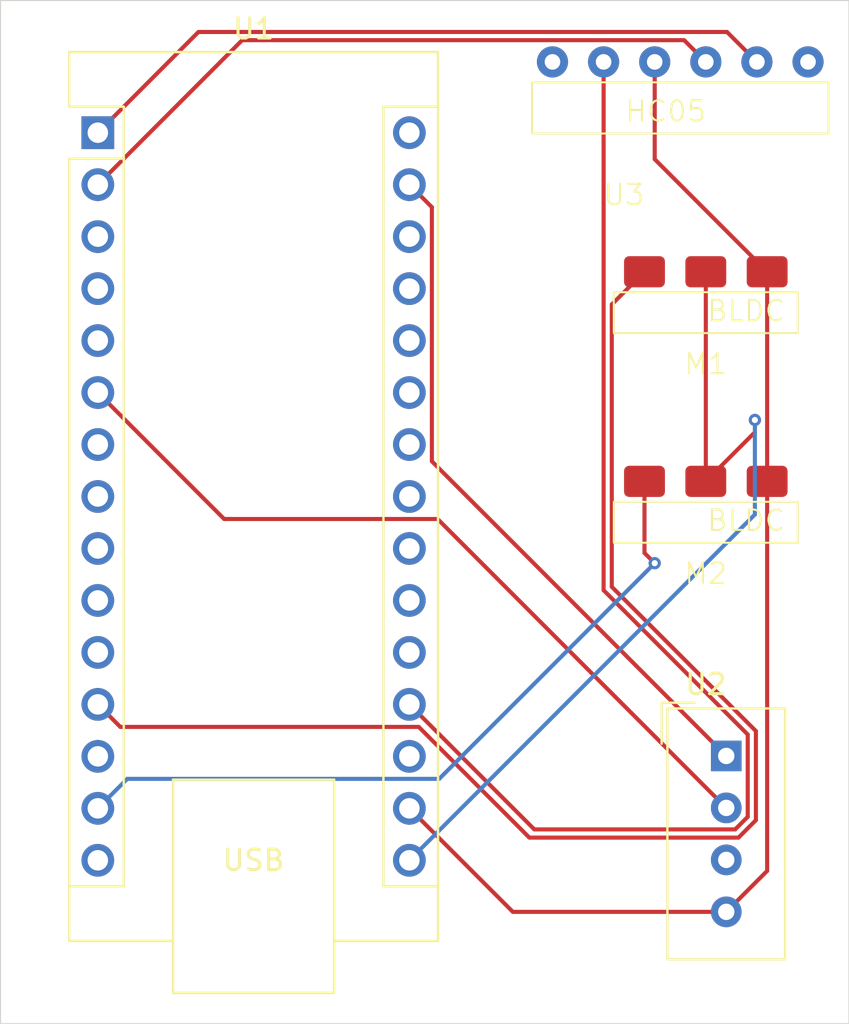
<source format=kicad_pcb>
(kicad_pcb (version 20240108) (generator "pcbnew") (generator_version "8.0")
  (layers (0 "F.Cu" signal) (31 "B.Cu" signal) (34 "B.Paste" user) (35 "F.Paste" user) (36 "B.SilkS" user "B.Silkscreen") (37 "F.SilkS" user "F.Silkscreen") (38 "B.Mask" user) (39 "F.Mask" user) (44 "Edge.Cuts" user))
  (net 0 "")
  (net 1 "GND")
  (net 2 "Net-(M1-PWM)")
  (net 3 "12Vin")
  (net 4 "Net-(M2-PWM)")
  (net 12 "Net-(U1-D3)")
  (net 15 "Net-(U1-5V)")
  (net 21 "Net-(U1-D1{slash}RX)")
  (net 24 "Net-(U1-D0{slash}TX)")
  (net 27 "Net-(U1-3V3)")
  (footprint "BLDC_temoprary_pad:BLDC_temporary_pad" (layer "F.Cu") (at 152 95)
    (property "Reference" "M2" (at 0 -0.5 0) (layer "F.SilkS") (effects (font (thickness 0.1))))
    (property "Value" "Motor_2")
    (fp_rect (start -4.5 -4) (end 4.5 -2) (stroke (width 0.1)) (fill none) (layer "F.SilkS"))
    (fp_text user "BLDC" (at 0 -2.5 0) (layer "F.SilkS") (effects (font (thickness 0.1)) (justify left bottom)))
    (pad "1" smd roundrect (at -3 -5) (size 2 1.524) (layers "F.Cu" "F.Paste" "F.Mask") (roundrect_rratio 0.1640419948) (net 4 "Net-(M2-PWM)"))
    (pad "2" smd roundrect (at 0 -5) (size 2 1.524) (layers "F.Cu" "F.Paste" "F.Mask") (roundrect_rratio 0.1640419948) (net 3 "12Vin"))
    (pad "3" smd roundrect (at 3 -5) (size 2 1.524) (layers "F.Cu" "F.Paste" "F.Mask") (roundrect_rratio 0.1640419948) (net 1 "GND"))
  )
  (footprint "Module:Arduino_Nano" (layer "F.Cu") (at 122.26 72.96)
    (property "Reference" "U1" (at 7.62 -5.08 0) (layer "F.SilkS"))
    (property "Value" "~")
    (fp_line (start -1.4 -3.94) (end -1.4 -1.27) (stroke (width 0.12)) (layer "F.SilkS"))
    (fp_line (start -1.4 1.27) (end -1.4 39.5) (stroke (width 0.12)) (layer "F.SilkS"))
    (fp_line (start -1.4 39.5) (end 3.68 39.5) (stroke (width 0.12)) (layer "F.SilkS"))
    (fp_line (start 1.27 -1.27) (end -1.4 -1.27) (stroke (width 0.12)) (layer "F.SilkS"))
    (fp_line (start 1.27 1.27) (end -1.4 1.27) (stroke (width 0.12)) (layer "F.SilkS"))
    (fp_line (start 1.27 1.27) (end 1.27 -1.27) (stroke (width 0.12)) (layer "F.SilkS"))
    (fp_line (start 1.27 1.27) (end 1.27 36.83) (stroke (width 0.12)) (layer "F.SilkS"))
    (fp_line (start 1.27 36.83) (end -1.4 36.83) (stroke (width 0.12)) (layer "F.SilkS"))
    (fp_line (start 3.68 31.62) (end 11.56 31.62) (stroke (width 0.12)) (layer "F.SilkS"))
    (fp_line (start 3.68 42.04) (end 3.68 31.62) (stroke (width 0.12)) (layer "F.SilkS"))
    (fp_line (start 11.56 31.62) (end 11.56 42.04) (stroke (width 0.12)) (layer "F.SilkS"))
    (fp_line (start 11.56 42.04) (end 3.68 42.04) (stroke (width 0.12)) (layer "F.SilkS"))
    (fp_line (start 13.97 -1.27) (end 13.97 36.83) (stroke (width 0.12)) (layer "F.SilkS"))
    (fp_line (start 13.97 -1.27) (end 16.64 -1.27) (stroke (width 0.12)) (layer "F.SilkS"))
    (fp_line (start 13.97 36.83) (end 16.64 36.83) (stroke (width 0.12)) (layer "F.SilkS"))
    (fp_line (start 16.64 -3.94) (end -1.4 -3.94) (stroke (width 0.12)) (layer "F.SilkS"))
    (fp_line (start 16.64 39.5) (end 11.56 39.5) (stroke (width 0.12)) (layer "F.SilkS"))
    (fp_line (start 16.64 39.5) (end 16.64 -3.94) (stroke (width 0.12)) (layer "F.SilkS"))
    (fp_text user "USB" (at 7.62 35.56 0) (layer "F.SilkS"))
    (pad "1" thru_hole rect (at 0 0) (size 1.6 1.6) (drill 1) (layers "*.Cu" "*.Mask") (net 24 "Net-(U1-D0{slash}TX)"))
    (pad "2" thru_hole oval (at 0 2.54) (size 1.6 1.6) (drill 1) (layers "*.Cu" "*.Mask") (net 21 "Net-(U1-D1{slash}RX)"))
    (pad "3" thru_hole oval (at 0 5.08) (size 1.6 1.6) (drill 1) (layers "*.Cu" "*.Mask"))
    (pad "4" thru_hole oval (at 0 7.62) (size 1.6 1.6) (drill 1) (layers "*.Cu" "*.Mask"))
    (pad "5" thru_hole oval (at 0 10.16) (size 1.6 1.6) (drill 1) (layers "*.Cu" "*.Mask"))
    (pad "6" thru_hole oval (at 0 12.7) (size 1.6 1.6) (drill 1) (layers "*.Cu" "*.Mask") (net 12 "Net-(U1-D3)"))
    (pad "7" thru_hole oval (at 0 15.24) (size 1.6 1.6) (drill 1) (layers "*.Cu" "*.Mask"))
    (pad "8" thru_hole oval (at 0 17.78) (size 1.6 1.6) (drill 1) (layers "*.Cu" "*.Mask"))
    (pad "9" thru_hole oval (at 0 20.32) (size 1.6 1.6) (drill 1) (layers "*.Cu" "*.Mask"))
    (pad "10" thru_hole oval (at 0 22.86) (size 1.6 1.6) (drill 1) (layers "*.Cu" "*.Mask"))
    (pad "11" thru_hole oval (at 0 25.4) (size 1.6 1.6) (drill 1) (layers "*.Cu" "*.Mask"))
    (pad "12" thru_hole oval (at 0 27.94) (size 1.6 1.6) (drill 1) (layers "*.Cu" "*.Mask") (net 2 "Net-(M1-PWM)"))
    (pad "13" thru_hole oval (at 0 30.48) (size 1.6 1.6) (drill 1) (layers "*.Cu" "*.Mask"))
    (pad "14" thru_hole oval (at 0 33.02) (size 1.6 1.6) (drill 1) (layers "*.Cu" "*.Mask") (net 4 "Net-(M2-PWM)"))
    (pad "15" thru_hole oval (at 0 35.56) (size 1.6 1.6) (drill 1) (layers "*.Cu" "*.Mask"))
    (pad "16" thru_hole oval (at 15.24 35.56) (size 1.6 1.6) (drill 1) (layers "*.Cu" "*.Mask") (net 3 "12Vin"))
    (pad "17" thru_hole oval (at 15.24 33.02) (size 1.6 1.6) (drill 1) (layers "*.Cu" "*.Mask") (net 1 "GND"))
    (pad "18" thru_hole oval (at 15.24 30.48) (size 1.6 1.6) (drill 1) (layers "*.Cu" "*.Mask"))
    (pad "19" thru_hole oval (at 15.24 27.94) (size 1.6 1.6) (drill 1) (layers "*.Cu" "*.Mask") (net 15 "Net-(U1-5V)"))
    (pad "20" thru_hole oval (at 15.24 25.4) (size 1.6 1.6) (drill 1) (layers "*.Cu" "*.Mask"))
    (pad "21" thru_hole oval (at 15.24 22.86) (size 1.6 1.6) (drill 1) (layers "*.Cu" "*.Mask"))
    (pad "22" thru_hole oval (at 15.24 20.32) (size 1.6 1.6) (drill 1) (layers "*.Cu" "*.Mask"))
    (pad "23" thru_hole oval (at 15.24 17.78) (size 1.6 1.6) (drill 1) (layers "*.Cu" "*.Mask"))
    (pad "24" thru_hole oval (at 15.24 15.24) (size 1.6 1.6) (drill 1) (layers "*.Cu" "*.Mask"))
    (pad "25" thru_hole oval (at 15.24 12.7) (size 1.6 1.6) (drill 1) (layers "*.Cu" "*.Mask"))
    (pad "26" thru_hole oval (at 15.24 10.16) (size 1.6 1.6) (drill 1) (layers "*.Cu" "*.Mask"))
    (pad "27" thru_hole oval (at 15.24 7.62) (size 1.6 1.6) (drill 1) (layers "*.Cu" "*.Mask"))
    (pad "28" thru_hole oval (at 15.24 5.08) (size 1.6 1.6) (drill 1) (layers "*.Cu" "*.Mask"))
    (pad "29" thru_hole oval (at 15.24 2.54) (size 1.6 1.6) (drill 1) (layers "*.Cu" "*.Mask") (net 27 "Net-(U1-3V3)"))
    (pad "30" thru_hole oval (at 15.24 0) (size 1.6 1.6) (drill 1) (layers "*.Cu" "*.Mask"))
  )
  (footprint "Sensor:Aosong_DHT11_5.5x12.0_P2.54mm" (layer "F.Cu") (at 153 103.42)
    (property "Reference" "U2" (at -1 -3.5 0) (layer "F.SilkS"))
    (property "Value" "DHT11")
    (fp_line (start -3.16 -2.6) (end -3.16 -0.6) (stroke (width 0.12)) (layer "F.SilkS"))
    (fp_line (start -3.16 -2.6) (end -1.55 -2.6) (stroke (width 0.12)) (layer "F.SilkS"))
    (fp_line (start -2.88 9.94) (end -2.88 -2.31) (stroke (width 0.12)) (layer "F.SilkS"))
    (fp_line (start -2.87 -2.32) (end 2.87 -2.32) (stroke (width 0.12)) (layer "F.SilkS"))
    (fp_line (start 2.88 -2.32) (end 2.88 9.94) (stroke (width 0.12)) (layer "F.SilkS"))
    (fp_line (start 2.88 9.94) (end -2.88 9.94) (stroke (width 0.12)) (layer "F.SilkS"))
    (pad "1" thru_hole rect (at 0 0) (size 1.5 1.5) (drill 0.8) (layers "*.Cu" "*.Mask") (net 27 "Net-(U1-3V3)"))
    (pad "2" thru_hole circle (at 0 2.54) (size 1.5 1.5) (drill 0.8) (layers "*.Cu" "*.Mask") (net 12 "Net-(U1-D3)"))
    (pad "3" thru_hole circle (at 0 5.08) (size 1.5 1.5) (drill 0.8) (layers "*.Cu" "*.Mask"))
    (pad "4" thru_hole circle (at 0 7.62) (size 1.5 1.5) (drill 0.8) (layers "*.Cu" "*.Mask") (net 1 "GND"))
  )
  (footprint "HC05_foot:HC05" (layer "F.Cu") (at 148 76.5)
    (property "Reference" "U3" (at 0 -0.5 0) (layer "F.SilkS") (effects (font (thickness 0.1))))
    (property "Value" "~")
    (fp_rect (start -4.5 -6) (end 10 -3.5) (stroke (width 0.1)) (fill none) (layer "F.SilkS"))
    (fp_text user "HC05" (at 0 -4 0) (layer "F.SilkS") (effects (font (thickness 0.1)) (justify left bottom)))
    (pad "1" thru_hole circle (at -3.5 -7) (size 1.524 1.524) (drill 0.762) (layers "*.Cu" "*.Mask"))
    (pad "2" thru_hole circle (at -1 -7) (size 1.524 1.524) (drill 0.762) (layers "*.Cu" "*.Mask") (net 15 "Net-(U1-5V)"))
    (pad "3" thru_hole circle (at 1.5 -7) (size 1.524 1.524) (drill 0.762) (layers "*.Cu" "*.Mask") (net 1 "GND"))
    (pad "4" thru_hole circle (at 4 -7) (size 1.524 1.524) (drill 0.762) (layers "*.Cu" "*.Mask") (net 21 "Net-(U1-D1{slash}RX)"))
    (pad "5" thru_hole circle (at 6.5 -7) (size 1.524 1.524) (drill 0.762) (layers "*.Cu" "*.Mask") (net 24 "Net-(U1-D0{slash}TX)"))
    (pad "6" thru_hole circle (at 9 -7) (size 1.524 1.524) (drill 0.762) (layers "*.Cu" "*.Mask"))
  )
  (footprint "BLDC_temoprary_pad:BLDC_temporary_pad" (layer "F.Cu") (at 152 84.756)
    (property "Reference" "M1" (at 0 -0.5 0) (layer "F.SilkS") (effects (font (thickness 0.1))))
    (property "Value" "Motor_1")
    (fp_rect (start -4.5 -4) (end 4.5 -2) (stroke (width 0.1)) (fill none) (layer "F.SilkS"))
    (fp_text user "BLDC" (at 0 -2.5 0) (layer "F.SilkS") (effects (font (thickness 0.1)) (justify left bottom)))
    (pad "1" smd roundrect (at -3 -5) (size 2 1.524) (layers "F.Cu" "F.Paste" "F.Mask") (roundrect_rratio 0.1640419948) (net 2 "Net-(M1-PWM)"))
    (pad "2" smd roundrect (at 0 -5) (size 2 1.524) (layers "F.Cu" "F.Paste" "F.Mask") (roundrect_rratio 0.1640419948) (net 3 "12Vin"))
    (pad "3" smd roundrect (at 3 -5) (size 2 1.524) (layers "F.Cu" "F.Paste" "F.Mask") (roundrect_rratio 0.1640419948) (net 1 "GND"))
  )
  (gr_rect (start 117.5 66.5) (end 159 116.5) (stroke (width 0.05)) (fill none) (layer "Edge.Cuts"))
  (segment (start 149.5 69.5) (end 149.5 74.256) (width 0.2) (layer "F.Cu") (net 1))
  (segment (start 142.56 111.04) (end 153 111.04) (width 0.2) (layer "F.Cu") (net 1))
  (segment (start 137.5 105.98) (end 142.56 111.04) (width 0.2) (layer "F.Cu") (net 1))
  (segment (start 155 90) (end 155 109.04) (width 0.2) (layer "F.Cu") (net 1))
  (segment (start 155 109.04) (end 153 111.04) (width 0.2) (layer "F.Cu") (net 1))
  (segment (start 155 79.756) (end 155 90) (width 0.2) (layer "F.Cu") (net 1))
  (segment (start 149.5 74.256) (end 155 79.756) (width 0.2) (layer "F.Cu") (net 1))
  (segment (start 137.955635 102) (end 123.36 102) (width 0.2) (layer "F.Cu") (net 2))
  (segment (start 143.365635 107.41) (end 137.955635 102) (width 0.2) (layer "F.Cu") (net 2))
  (segment (start 154.45 102.204315) (end 154.45 106.560611) (width 0.2) (layer "F.Cu") (net 2))
  (segment (start 149 79.756) (end 147.4 81.356) (width 0.2) (layer "F.Cu") (net 2))
  (segment (start 154.45 106.560611) (end 153.60061 107.41) (width 0.2) (layer "F.Cu") (net 2))
  (segment (start 123.36 102) (end 122.26 100.9) (width 0.2) (layer "F.Cu") (net 2))
  (segment (start 153.60061 107.41) (end 143.365635 107.41) (width 0.2) (layer "F.Cu") (net 2))
  (segment (start 147.4 81.356) (end 147.4 95.154314) (width 0.2) (layer "F.Cu") (net 2))
  (segment (start 147.4 95.154314) (end 154.45 102.204315) (width 0.2) (layer "F.Cu") (net 2))
  (segment (start 152 90) (end 154.4 87.6) (width 0.2) (layer "F.Cu") (net 3))
  (segment (start 154.4 87.6) (end 154.4 87) (width 0.2) (layer "F.Cu") (net 3))
  (segment (start 152 79.756) (end 152 90) (width 0.2) (layer "F.Cu") (net 3))
  (via (at 154.4 87) (size 0.6) (drill 0.3) (layers "F.Cu" "B.Cu") (net 3))
  (segment (start 154.4 91.62) (end 137.5 108.52) (width 0.2) (layer "B.Cu") (net 3))
  (segment (start 154.4 87) (end 154.4 91.62) (width 0.2) (layer "B.Cu") (net 3))
  (segment (start 149 93.5) (end 149.5 94) (width 0.2) (layer "F.Cu") (net 4))
  (segment (start 149 90) (end 149 93.5) (width 0.2) (layer "F.Cu") (net 4))
  (via (at 149.5 94) (size 0.6) (drill 0.3) (layers "F.Cu" "B.Cu") (net 4))
  (segment (start 123.7 104.54) (end 122.26 105.98) (width 0.2) (layer "B.Cu") (net 4))
  (segment (start 149.5 94) (end 138.96 104.54) (width 0.2) (layer "B.Cu") (net 4))
  (segment (start 138.96 104.54) (end 123.7 104.54) (width 0.2) (layer "B.Cu") (net 4))
  (segment (start 153 105.96) (end 138.88 91.84) (width 0.2) (layer "F.Cu") (net 12))
  (segment (start 128.44 91.84) (end 122.26 85.66) (width 0.2) (layer "F.Cu") (net 12))
  (segment (start 138.88 91.84) (end 128.44 91.84) (width 0.2) (layer "F.Cu") (net 12))
  (segment (start 143.61 107.01) (end 137.5 100.9) (width 0.2) (layer "F.Cu") (net 15))
  (segment (start 147 69.5) (end 147 95.32) (width 0.2) (layer "F.Cu") (net 15))
  (segment (start 154.05 106.394925) (end 153.434925 107.01) (width 0.2) (layer "F.Cu") (net 15))
  (segment (start 153.434925 107.01) (end 143.61 107.01) (width 0.2) (layer "F.Cu") (net 15))
  (segment (start 154.05 102.37) (end 154.05 106.394925) (width 0.2) (layer "F.Cu") (net 15))
  (segment (start 147 95.32) (end 154.05 102.37) (width 0.2) (layer "F.Cu") (net 15))
  (segment (start 150.938 68.438) (end 129.322 68.438) (width 0.2) (layer "F.Cu") (net 21))
  (segment (start 129.322 68.438) (end 122.26 75.5) (width 0.2) (layer "F.Cu") (net 21))
  (segment (start 152 69.5) (end 150.938 68.438) (width 0.2) (layer "F.Cu") (net 21))
  (segment (start 154.5 69.5) (end 153.038 68.038) (width 0.2) (layer "F.Cu") (net 24))
  (segment (start 127.182 68.038) (end 122.26 72.96) (width 0.2) (layer "F.Cu") (net 24))
  (segment (start 153.038 68.038) (end 127.182 68.038) (width 0.2) (layer "F.Cu") (net 24))
  (segment (start 138.6 89.02) (end 138.6 76.6) (width 0.2) (layer "F.Cu") (net 27))
  (segment (start 153 103.42) (end 138.6 89.02) (width 0.2) (layer "F.Cu") (net 27))
  (segment (start 138.6 76.6) (end 137.5 75.5) (width 0.2) (layer "F.Cu") (net 27))
)
</source>
